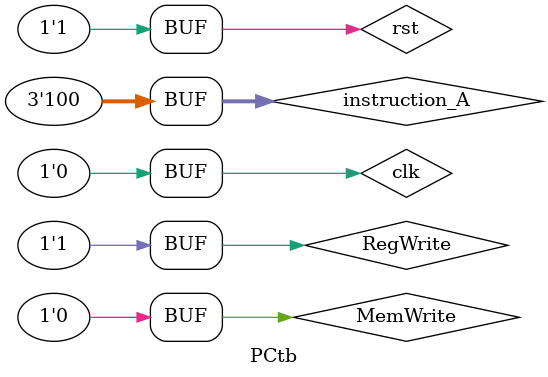
<source format=sv>
module PCtb();

logic clk, rst;
logic[2:0] instruction_A;
logic RegWrite, MemWrite;
logic[31:0] prode_data_memory;
logic[31:0] prode_register_file;

PC top(clk, rst,instruction_A,RegWrite, MemWrite,prode_register_file, prode_data_memory);
always begin
    clk = 1; #5;  clk = 0;  #5;
end

initial begin
   rst = 0; #20; rst = 1;instruction_A = 0;
    RegWrite = 0;
    MemWrite = 0; #20;

    instruction_A = 1;
    RegWrite = 1;
    if(prode_data_memory !== 5) $display("test 1 failed.");
    else $display("test 1 passed.");
    #20;
    instruction_A = 2;
    RegWrite = 0;
    MemWrite = 1;
    if(prode_data_memory !== 5) $display("test 2 failed.");
    else $display("test 2 passed.");

    #20;
    instruction_A = 3;
    RegWrite = 1;
    MemWrite = 0;
    if(prode_register_file !== 7) $display("test 3 failed.");
    else $display("test 3 passed.");

    #20;
    instruction_A = 4;
    RegWrite = 1;
    MemWrite = 0;
    if(prode_register_file !== 2) $display("test 4 failed.");
    else $display("test 4 passed.");

    #20;
end


endmodule

</source>
